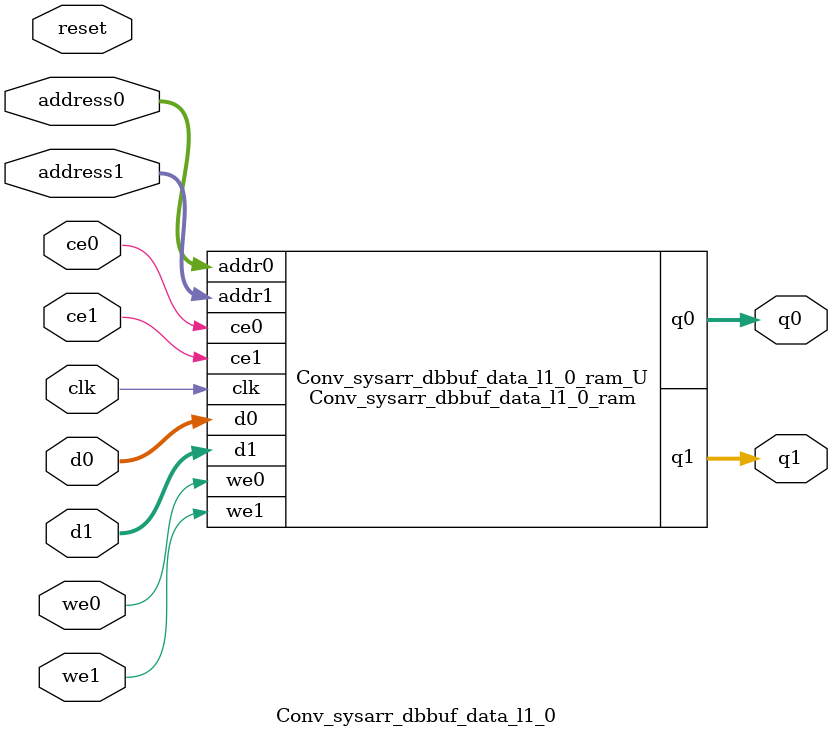
<source format=v>
`timescale 1 ns / 1 ps
module Conv_sysarr_dbbuf_data_l1_0_ram (addr0, ce0, d0, we0, q0, addr1, ce1, d1, we1, q1,  clk);

parameter DWIDTH = 8;
parameter AWIDTH = 10;
parameter MEM_SIZE = 1024;

input[AWIDTH-1:0] addr0;
input ce0;
input[DWIDTH-1:0] d0;
input we0;
output reg[DWIDTH-1:0] q0;
input[AWIDTH-1:0] addr1;
input ce1;
input[DWIDTH-1:0] d1;
input we1;
output reg[DWIDTH-1:0] q1;
input clk;

(* ram_style = "block" *)reg [DWIDTH-1:0] ram[0:MEM_SIZE-1];




always @(posedge clk)  
begin 
    if (ce0) begin
        if (we0) 
            ram[addr0] <= d0; 
        q0 <= ram[addr0];
    end
end


always @(posedge clk)  
begin 
    if (ce1) begin
        if (we1) 
            ram[addr1] <= d1; 
        q1 <= ram[addr1];
    end
end


endmodule

`timescale 1 ns / 1 ps
module Conv_sysarr_dbbuf_data_l1_0(
    reset,
    clk,
    address0,
    ce0,
    we0,
    d0,
    q0,
    address1,
    ce1,
    we1,
    d1,
    q1);

parameter DataWidth = 32'd8;
parameter AddressRange = 32'd1024;
parameter AddressWidth = 32'd10;
input reset;
input clk;
input[AddressWidth - 1:0] address0;
input ce0;
input we0;
input[DataWidth - 1:0] d0;
output[DataWidth - 1:0] q0;
input[AddressWidth - 1:0] address1;
input ce1;
input we1;
input[DataWidth - 1:0] d1;
output[DataWidth - 1:0] q1;



Conv_sysarr_dbbuf_data_l1_0_ram Conv_sysarr_dbbuf_data_l1_0_ram_U(
    .clk( clk ),
    .addr0( address0 ),
    .ce0( ce0 ),
    .we0( we0 ),
    .d0( d0 ),
    .q0( q0 ),
    .addr1( address1 ),
    .ce1( ce1 ),
    .we1( we1 ),
    .d1( d1 ),
    .q1( q1 ));

endmodule


</source>
